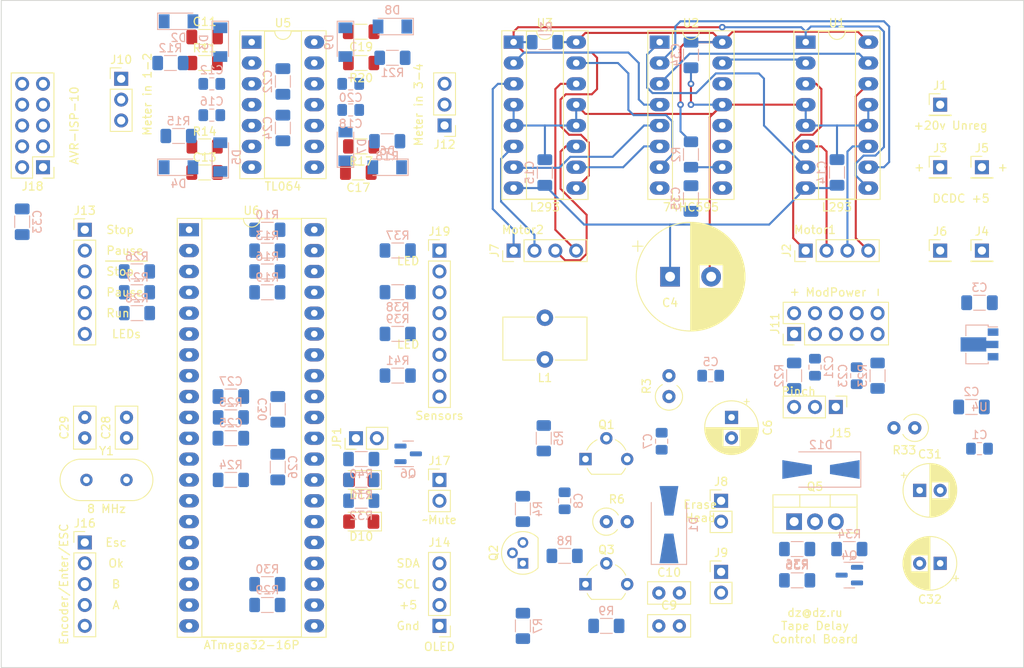
<source format=kicad_pcb>
(kicad_pcb (version 20211014) (generator pcbnew)
  (layers (0 "F.Cu" signal) (31 "B.Cu" signal) (34 "B.Paste" user) (35 "F.Paste" user) (36 "B.SilkS" user "B.Silkscreen") (37 "F.SilkS" user "F.Silkscreen") (38 "B.Mask" user) (39 "F.Mask" user) (44 "Edge.Cuts" user))
  (net 0 "")
  (net 1 "GND")
  (net 2 "+5V")
  (net 3 "+24V")
  (net 4 "Net-(C11-Pad1)")
  (net 5 "Net-(C11-Pad2)")
  (net 6 "Net-(C12-Pad2)")
  (net 7 "Net-(C13-Pad1)")
  (net 8 "Net-(C13-Pad2)")
  (net 9 "Net-(C16-Pad2)")
  (net 10 "Net-(C17-Pad2)")
  (net 11 "Net-(C18-Pad2)")
  (net 12 "Net-(C19-Pad2)")
  (net 13 "Net-(C21-Pad1)")
  (net 14 "Net-(D1-Pad2)")
  (net 15 "Net-(D2-Pad2)")
  (net 16 "Net-(D3-Pad2)")
  (net 17 "Net-(D4-Pad2)")
  (net 18 "Net-(D5-Pad2)")
  (net 19 "Net-(D10-Pad2)")
  (net 20 "+15V")
  (net 21 "-15V")
  (net 22 "Net-(J15-Pad2)")
  (net 23 "Net-(Q2-Pad1)")
  (net 24 "Net-(Q2-Pad2)")
  (net 25 "Net-(Q5-Pad1)")
  (net 26 "Net-(C6-Pad1)")
  (net 27 "Net-(C8-Pad1)")
  (net 28 "Net-(C8-Pad2)")
  (net 29 "Net-(C9-Pad1)")
  (net 30 "/Erase Gen/Gen")
  (net 31 "Net-(C17-Pad1)")
  (net 32 "Net-(C19-Pad1)")
  (net 33 "Net-(C20-Pad2)")
  (net 34 "Net-(C23-Pad2)")
  (net 35 "Net-(C26-Pad1)")
  (net 36 "/CPU/~RST")
  (net 37 "Net-(C28-Pad1)")
  (net 38 "Net-(C29-Pad1)")
  (net 39 "Net-(C30-Pad1)")
  (net 40 "Net-(D6-Pad2)")
  (net 41 "Net-(D7-Pad2)")
  (net 42 "Net-(D8-Pad2)")
  (net 43 "Net-(D9-Pad2)")
  (net 44 "Net-(D11-Pad2)")
  (net 45 "Net-(D12-Pad2)")
  (net 46 "Net-(J2-Pad1)")
  (net 47 "Net-(J2-Pad2)")
  (net 48 "Net-(J2-Pad3)")
  (net 49 "Net-(J2-Pad4)")
  (net 50 "Net-(J7-Pad1)")
  (net 51 "Net-(J7-Pad2)")
  (net 52 "Net-(J7-Pad3)")
  (net 53 "Net-(J7-Pad4)")
  (net 54 "/CPU/Stop button")
  (net 55 "/CPU/Run{slash}pause button")
  (net 56 "/CPU/Stop LED")
  (net 57 "/CPU/Pause LED")
  (net 58 "/CPU/Run LED")
  (net 59 "/CPU/SCL")
  (net 60 "/CPU/SDA")
  (net 61 "/CPU/Escape")
  (net 62 "/CPU/Enter")
  (net 63 "/CPU/Enc B")
  (net 64 "/CPU/Enc A")
  (net 65 "Net-(J17-Pad1)")
  (net 66 "/CPU/MOSI")
  (net 68 "/CPU/SCK")
  (net 69 "/CPU/MISO")
  (net 70 "Net-(J19-Pad1)")
  (net 71 "/CPU/S1")
  (net 72 "Net-(J19-Pad5)")
  (net 73 "/CPU/S2")
  (net 74 "/CPU/Mute")
  (net 75 "Net-(Q4-Pad1)")
  (net 76 "Net-(Q4-Pad3)")
  (net 77 "Net-(Q6-Pad1)")
  (net 78 "Net-(R1-Pad2)")
  (net 79 "Net-(R2-Pad2)")
  (net 80 "Net-(R26-Pad1)")
  (net 81 "Net-(R27-Pad1)")
  (net 82 "Net-(R28-Pad1)")
  (net 83 "Net-(R31-Pad1)")
  (net 84 "/CPU/Pinch")
  (net 85 "Net-(U1-Pad2)")
  (net 86 "Net-(U1-Pad7)")
  (net 87 "/CPU/MPower")
  (net 88 "Net-(U1-Pad10)")
  (net 89 "Net-(U1-Pad15)")
  (net 90 "Net-(U2-Pad4)")
  (net 91 "Net-(U2-Pad5)")
  (net 92 "Net-(U2-Pad6)")
  (net 93 "Net-(U2-Pad7)")
  (net 95 "/CPU/CS0")
  (net 104 "A0")
  (net 105 "A1")
  (net 106 "A2")
  (net 107 "A3")
  (footprint "Connector_PinHeader_2.54mm:PinHeader_1x02_P2.54mm_Vertical" (layer "F.Cu") (at 237.49 88.9)
    (fp_text reference "J8")
    (fp_text value "Erase Head")
  )
  (footprint "Capacitor_SMD:C_1206_3216Metric_Pad1.33x1.80mm_HandSolder" (layer "F.Cu") (at 174.615 32.39)
    (fp_text reference "C11")
    (fp_text value "0,1")
  )
  (footprint "LED_SMD:LED_1206_3216Metric_Pad1.42x1.75mm_HandSolder" (layer "F.Cu") (at 193.68 91.435 180)
    (fp_text reference "D10")
    (fp_text value "Green")
  )
  (footprint "Capacitor_THT:C_Disc_D5.0mm_W2.5mm_P2.50mm" (layer "F.Cu") (at 229.91 100.13)
    (fp_text reference "C10")
    (fp_text value "470")
  )
  (footprint "Connector_PinHeader_2.54mm:PinHeader_1x06_P2.54mm_Vertical" (layer "F.Cu") (at 160.025 55.875)
    (fp_text reference "J13")
    (fp_text value "Transport ctl/leds")
  )
  (footprint "Resistor_THT:R_Axial_DIN0309_L9.0mm_D3.2mm_P2.54mm_Vertical" (layer "F.Cu") (at 261.072621 80.01 180)
    (fp_text reference "R33")
    (fp_text value "? 2w")
  )
  (footprint "Capacitor_THT:CP_Radial_D6.3mm_P2.50mm" (layer "F.Cu") (at 238.76 78.74 -90)
    (fp_text reference "C6")
    (fp_text value "47,0")
  )
  (footprint "Connector_PinHeader_2.54mm:PinHeader_1x02_P2.54mm_Vertical" (layer "F.Cu") (at 203.2 86.36)
    (fp_text reference "J17")
    (fp_text value "~Mute")
  )
  (footprint "Connector_PinHeader_2.54mm:PinHeader_1x01_P2.54mm_Vertical" (layer "F.Cu") (at 269.24 58.42)
    (fp_text reference "J4")
    (fp_text value "DCDC Gnd")
  )
  (footprint "Connector_PinHeader_2.54mm:PinHeader_1x01_P2.54mm_Vertical" (layer "F.Cu") (at 269.24 48.26)
    (fp_text reference "J5")
    (fp_text value "DCDC +5")
  )
  (footprint "Connector_PinHeader_2.54mm:PinHeader_1x01_P2.54mm_Vertical" (layer "F.Cu") (at 264.16 48.26)
    (fp_text reference "J3")
    (fp_text value "DCDC Pwr")
  )
  (footprint "Connector_PinHeader_2.54mm:PinHeader_1x01_P2.54mm_Vertical" (layer "F.Cu") (at 264.16 40.64)
    (fp_text reference "J1")
    (fp_text value "+20v Unreg")
  )
  (footprint "Connector_PinHeader_2.54mm:PinHeader_2x05_P2.54mm_Vertical" (layer "F.Cu") (at 154.94 48.26 180)
    (fp_text reference "J18")
    (fp_text value "AVR-ISP-10")
  )
  (footprint "Package_TO_SOT_THT:TO-92_Wide" (layer "F.Cu") (at 220.98 99.06)
    (fp_text reference "Q3")
    (fp_text value "KT603A")
  )
  (footprint "Package_DIP:DIP-16_W7.62mm_Socket_LongPads" (layer "F.Cu") (at 212.23 33.02)
    (fp_text reference "U3")
    (fp_text value "L293")
  )
  (footprint "Package_TO_SOT_THT:TO-92_Wide" (layer "F.Cu") (at 220.98 83.82)
    (fp_text reference "Q1")
    (fp_text value "KT603A")
  )
  (footprint "Capacitor_THT:C_Disc_D5.0mm_W2.5mm_P2.50mm" (layer "F.Cu") (at 160.025 81.235 90)
    (fp_text reference "C29")
    (fp_text value "24")
  )
  (footprint "Resistor_SMD:R_1206_3216Metric_Pad1.30x1.75mm_HandSolder" (layer "F.Cu") (at 174.615 45.725)
    (fp_text reference "R14")
    (fp_text value "100k")
  )
  (footprint "Connector_PinHeader_2.54mm:PinHeader_1x03_P2.54mm_Vertical" (layer "F.Cu") (at 164.455 37.485)
    (fp_text reference "J10")
    (fp_text value "Meter in 1-2")
  )
  (footprint "Capacitor_THT:C_Disc_D5.0mm_W2.5mm_P2.50mm" (layer "F.Cu") (at 165.105 81.235 90)
    (fp_text reference "C28")
    (fp_text value "24")
  )
  (footprint "Capacitor_THT:C_Disc_D5.0mm_W2.5mm_P2.50mm" (layer "F.Cu") (at 229.91 104.14)
    (fp_text reference "C9")
    (fp_text value "100")
  )
  (footprint "Connector_PinHeader_2.54mm:PinHeader_1x04_P2.54mm_Vertical" (layer "F.Cu") (at 203.2 104.14 180)
    (fp_text reference "J14")
    (fp_text value "OLED")
  )
  (footprint "MountingHole:MountingHole_3.2mm_M3" (layer "F.Cu") (at 153.67 105.41)
    (fp_text reference "H3" hide)
    (fp_text value "MountingHole" hide)
  )
  (footprint "Connector_PinHeader_2.54mm:PinHeader_1x04_P2.54mm_Vertical" (layer "F.Cu") (at 212.23 58.42 90)
    (fp_text reference "J7")
    (fp_text value "Motor2")
  )
  (footprint "Resistor_THT:R_Axial_DIN0309_L9.0mm_D3.2mm_P2.54mm_Vertical" (layer "F.Cu") (at 223.52 91.44)
    (fp_text reference "R6")
    (fp_text value "43")
  )
  (footprint "MountingHole:MountingHole_3.2mm_M3" (layer "F.Cu") (at 153.67 31.75)
    (fp_text reference "H4" hide)
    (fp_text value "MountingHole" hide)
  )
  (footprint "Resistor_SMD:R_1206_3216Metric_Pad1.30x1.75mm_HandSolder" (layer "F.Cu") (at 193.665 45.725 180)
    (fp_text reference "R17")
    (fp_text value "100k")
  )
  (footprint "Connector_PinHeader_2.54mm:PinHeader_1x04_P2.54mm_Vertical" (layer "F.Cu") (at 247.79 58.42 90)
    (fp_text reference "J2")
    (fp_text value "Motor1")
  )
  (footprint "Capacitor_SMD:C_1206_3216Metric_Pad1.33x1.80mm_HandSolder" (layer "F.Cu") (at 174.615 48.9)
    (fp_text reference "C13")
    (fp_text value "0,1")
  )
  (footprint "Connector_PinHeader_2.54mm:PinHeader_1x08_P2.54mm_Vertical" (layer "F.Cu") (at 203.2 58.42)
    (fp_text reference "J19")
    (fp_text value "Sensors")
  )
  (footprint "Capacitor_THT:CP_Radial_D13.0mm_P5.00mm" (layer "F.Cu") (at 231.28 61.595)
    (fp_text reference "C4")
    (fp_text value "2200x25v")
  )
  (footprint "Connector_PinHeader_2.54mm:PinHeader_1x05_P2.54mm_Vertical" (layer "F.Cu") (at 160.025 93.975)
    (fp_text reference "J16")
    (fp_text value "Encoder/Enter/ESC")
  )
  (footprint "Connector_PinHeader_2.54mm:PinHeader_1x02_P2.54mm_Vertical" (layer "F.Cu") (at 193.04 81.28 90)
    (fp_text reference "JP1")
    (fp_text value "Jumper_2_Open")
  )
  (footprint "MountingHole:MountingHole_3.2mm_M3" (layer "F.Cu") (at 266.7 33.02)
    (fp_text reference "H2" hide)
    (fp_text value "MountingHole" hide)
  )
  (footprint "Resistor_SMD:R_1206_3216Metric_Pad1.30x1.75mm_HandSolder" (layer "F.Cu") (at 174.615 35.565)
    (fp_text reference "R11")
    (fp_text value "100k")
  )
  (footprint "Package_DIP:DIP-14_W7.62mm_Socket_LongPads" (layer "F.Cu") (at 180.34 33.02)
    (fp_text reference "U5")
    (fp_text value "TL064")
  )
  (footprint "Resistor_SMD:R_1206_3216Metric_Pad1.30x1.75mm_HandSolder" (layer "F.Cu") (at 193.665 35.565 180)
    (fp_text reference "R20")
    (fp_text value "100k")
  )
  (footprint "Inductor_THT:L_Toroid_Vertical_L10.0mm_W5.0mm_P5.08mm" (layer "F.Cu") (at 216.04 71.675 180)
    (fp_text reference "L1")
    (fp_text value "100mH")
  )
  (footprint "Package_DIP:DIP-16_W7.62mm_Socket_LongPads" (layer "F.Cu") (at 230.01 33.02)
    (fp_text reference "U2")
    (fp_text value "74HC595")
  )
  (footprint "Package_TO_SOT_THT:TO-220-3_Vertical" (layer "F.Cu") (at 246.38 91.44)
    (fp_text reference "Q5")
    (fp_text value "IRF540N")
  )
  (footprint "Capacitor_SMD:C_1206_3216Metric_Pad1.33x1.80mm_HandSolder" (layer "F.Cu") (at 193.665 31.755 180)
    (fp_text reference "C19")
    (fp_text value "0,1")
  )
  (footprint "Connector_PinHeader_2.54mm:PinHeader_1x02_P2.54mm_Vertical" (layer "F.Cu") (at 237.49 97.5575)
    (fp_text reference "J9")
    (fp_text value "Gen")
  )
  (footprint "Connector_PinHeader_2.54mm:PinHeader_1x03_P2.54mm_Vertical" (layer "F.Cu") (at 251.46 77.47 -90)
    (fp_text reference "J15")
    (fp_text value "Pinch")
  )
  (footprint "Package_DIP:DIP-16_W7.62mm_Socket_LongPads" (layer "F.Cu") (at 247.79 33.02)
    (fp_text reference "U1")
    (fp_text value "L293")
  )
  (footprint "Capacitor_THT:CP_Radial_D6.3mm_P2.50mm" (layer "F.Cu") (at 261.66 87.63)
    (fp_text reference "C31")
    (fp_text value "10,0")
  )
  (footprint "Package_DIP:DIP-40_W15.24mm_Socket_LongPads" (layer "F.Cu") (at 172.72 55.88)
    (fp_text reference "U6")
    (fp_text value "ATmega32-16P")
  )
  (footprint "Connector_PinHeader_2.54mm:PinHeader_2x05_P2.54mm_Vertical" (layer "F.Cu") (at 246.38 68.58 90)
    (fp_text reference "J11")
    (fp_text value "ModPower")
  )
  (footprint "MountingHole:MountingHole_3.2mm_M3" (layer "F.Cu") (at 266.7 104.14)
    (fp_text reference "H1" hide)
    (fp_text value "MountingHole" hide)
  )
  (footprint "Connector_PinHeader_2.54mm:PinHeader_1x01_P2.54mm_Vertical" (layer "F.Cu") (at 264.16 58.42)
    (fp_text reference "J6")
    (fp_text value "DCDC Gnd")
  )
  (footprint "Connector_PinHeader_2.54mm:PinHeader_1x03_P2.54mm_Vertical" (layer "F.Cu") (at 203.825 43.17 180)
    (fp_text reference "J12")
    (fp_text value "Meter in 3-4")
  )
  (footprint "Capacitor_SMD:C_1206_3216Metric_Pad1.33x1.80mm_HandSolder" (layer "F.Cu") (at 193.3225 48.9 180)
    (fp_text reference "C17")
    (fp_text value "0,1")
  )
  (footprint "Capacitor_THT:CP_Radial_D6.3mm_P2.50mm" (layer "F.Cu") (at 264.16 96.52 180)
    (fp_text reference "C32")
    (fp_text value "10,0")
  )
  (footprint "Resistor_THT:R_Axial_DIN0309_L9.0mm_D3.2mm_P2.54mm_Vertical" (layer "F.Cu") (at 231.14 76.2 90)
    (fp_text reference "R3")
    (fp_text value "10")
  )
  (footprint "LED_SMD:LED_1206_3216Metric_Pad1.42x1.75mm_HandSolder" (layer "F.Cu") (at 193.68 86.355 180)
    (fp_text reference "D11")
    (fp_text value "Red")
  )
  (footprint "Crystal:Crystal_HC49-U_Vertical" (layer "F.Cu") (at 160.225 86.355)
    (fp_text reference "Y1")
    (fp_text value "8 MHz")
  )
  (footprint "Package_TO_SOT_THT:TO-92" (layer "F.Cu") (at 213.36 96.52 90)
    (fp_text reference "Q2")
    (fp_text value "KT3107")
  )
  (footprint "Capacitor_SMD:C_0805_2012Metric_Pad1.18x1.45mm_HandSolder" (layer "B.Cu") (at 192.395 41.28)
    (fp_text reference "C18")
    (fp_text value "1,0")
  )
  (footprint "Resistor_SMD:R_1206_3216Metric_Pad1.30x1.75mm_HandSolder" (layer "B.Cu") (at 182.25 101.595 180)
    (fp_text reference "R29")
    (fp_text value "4,7k")
  )
  (footprint "Resistor_SMD:R_1206_3216Metric_Pad1.30x1.75mm_HandSolder" (layer "B.Cu") (at 246.747621 98.59 180)
    (fp_text reference "R35")
    (fp_text value "47")
  )
  (footprint "Diode_SMD:D_MiniMELF" (layer "B.Cu") (at 196.84 48.265 180)
    (fp_text reference "D6")
    (fp_text value "LL4148")
  )
  (footprint "Capacitor_SMD:C_1206_3216Metric_Pad1.33x1.80mm_HandSolder" (layer "B.Cu") (at 216.03 48.905 -90)
    (fp_text reference "C15")
    (fp_text value "0,1")
  )
  (footprint "Resistor_SMD:R_1206_3216Metric_Pad1.30x1.75mm_HandSolder" (layer "B.Cu") (at 197.475 34.93)
    (fp_text reference "R21")
    (fp_text value "200k")
  )
  (footprint "Resistor_SMD:R_1206_3216Metric_Pad1.30x1.75mm_HandSolder" (layer "B.Cu") (at 193.68 86.355)
    (fp_text reference "R31")
    (fp_text value "4,7k")
  )
  (footprint "Resistor_SMD:R_1206_3216Metric_Pad1.30x1.75mm_HandSolder" (layer "B.Cu") (at 182.245 55.88 180)
    (fp_text reference "R10")
    (fp_text value "1k")
  )
  (footprint "Capacitor_SMD:C_0805_2012Metric_Pad1.18x1.45mm_HandSolder" (layer "B.Cu") (at 175.4825 41.915 180)
    (fp_text reference "C16")
    (fp_text value "1,0")
  )
  (footprint "Resistor_SMD:R_1206_3216Metric_Pad1.30x1.75mm_HandSolder" (layer "B.Cu") (at 233.82 46.71 -90)
    (fp_text reference "R2")
    (fp_text value "4,7k")
  )
  (footprint "Resistor_SMD:R_1206_3216Metric_Pad1.30x1.75mm_HandSolder" (layer "B.Cu") (at 246.38 73.66 -90)
    (fp_text reference "R22")
    (fp_text value "100")
  )
  (footprint "Resistor_SMD:R_1206_3216Metric_Pad1.30x1.75mm_HandSolder" (layer "B.Cu") (at 171.44 44.455 180)
    (fp_text reference "R15")
    (fp_text value "200k")
  )
  (footprint "Resistor_SMD:R_1206_3216Metric_Pad1.30x1.75mm_HandSolder" (layer "B.Cu") (at 177.805 78.735 180)
    (fp_text reference "R25")
    (fp_text value "10k")
  )
  (footprint "Resistor_SMD:R_1206_3216Metric_Pad1.30x1.75mm_HandSolder" (layer "B.Cu") (at 218.44 95.61 180)
    (fp_text reference "R8")
    (fp_text value "30k")
  )
  (footprint "Resistor_SMD:R_1206_3216Metric_Pad1.30x1.75mm_HandSolder" (layer "B.Cu") (at 216.04 33.02 180)
    (fp_text reference "R1")
    (fp_text value "4,7k")
  )
  (footprint "Package_TO_SOT_SMD:SOT-89-3" (layer "B.Cu") (at 268.9475 69.85 180)
    (fp_text reference "U4")
    (fp_text value "L78L05_SOT89")
  )
  (footprint "Resistor_SMD:R_1206_3216Metric_Pad1.30x1.75mm_HandSolder" (layer "B.Cu") (at 193.68 83.815)
    (fp_text reference "R40")
    (fp_text value "10k")
  )
  (footprint "Package_TO_SOT_SMD:SOT-23" (layer "B.Cu") (at 199.395 83.18)
    (fp_text reference "Q6")
    (fp_text value "MMBT3904")
  )
  (footprint "Diode_SMD:D_MiniMELF" (layer "B.Cu") (at 171.44 48.265)
    (fp_text reference "D4")
    (fp_text value "LL4148")
  )
  (footprint "Diode_SMD:D_MiniMELF" (layer "B.Cu") (at 171.44 30.485)
    (fp_text reference "D2")
    (fp_text value "LL4148")
  )
  (footprint "Diode_SMD:D_MiniMELF" (layer "B.Cu") (at 191.76 33.025 -90)
    (fp_text reference "D9")
    (fp_text value "BZV55C3V9")
  )
  (footprint "Capacitor_SMD:C_0805_2012Metric_Pad1.18x1.45mm_HandSolder" (layer "B.Cu") (at 248.92 72.6225 90)
    (fp_text reference "C21")
    (fp_text value "10,0")
  )
  (footprint "Resistor_SMD:R_1206_3216Metric_Pad1.30x1.75mm_HandSolder" (layer "B.Cu") (at 170.45 35.565 180)
    (fp_text reference "R12")
    (fp_text value "200k")
  )
  (footprint "Diode_SMD:D_MiniMELF" (layer "B.Cu") (at 176.52 33.025 -90)
    (fp_text reference "D3")
    (fp_text value "BZV55C3V9")
  )
  (footprint "Resistor_SMD:R_1206_3216Metric_Pad1.30x1.75mm_HandSolder" (layer "B.Cu") (at 177.805 86.355 180)
    (fp_text reference "R24")
    (fp_text value "100")
  )
  (footprint "Resistor_SMD:R_1206_3216Metric_Pad1.30x1.75mm_HandSolder" (layer "B.Cu") (at 198.12 63.485)
    (fp_text reference "R38")
    (fp_text value "47k")
  )
  (footprint "Resistor_SMD:R_1206_3216Metric_Pad1.30x1.75mm_HandSolder" (layer "B.Cu") (at 253.097621 94.78 180)
    (fp_text reference "R34")
    (fp_text value "4,7k")
  )
  (footprint "Resistor_SMD:R_1206_3216Metric_Pad1.30x1.75mm_HandSolder" (layer "B.Cu") (at 246.747621 94.78)
    (fp_text reference "R36")
    (fp_text value "1k")
  )
  (footprint "Capacitor_SMD:C_1206_3216Metric_Pad1.33x1.80mm_HandSolder" (layer "B.Cu") (at 184.14 43.4775 -90)
    (fp_text reference "C24")
    (fp_text value "0,1")
  )
  (footprint "Capacitor_SMD:C_1206_3216Metric_Pad1.33x1.80mm_HandSolder" (layer "B.Cu") (at 267.97 77.47 180)
    (fp_text reference "C2")
    (fp_text value "0,33")
  )
  (footprint "Resistor_SMD:R_1206_3216Metric_Pad1.30x1.75mm_HandSolder" (layer "B.Cu") (at 198.12 68.565 180)
    (fp_text reference "R39")
    (fp_text value "4,7k")
  )
  (footprint "Capacitor_SMD:C_1206_3216Metric_Pad1.33x1.80mm_HandSolder" (layer "B.Cu") (at 183.52 84.7925 90)
    (fp_text reference "C26")
    (fp_text value "0,1")
  )
  (footprint "Diode_SMD:D_SMA-SMB_Universal_Handsoldering" (layer "B.Cu") (at 249.642621 85.09 180)
    (fp_text reference "D12")
    (fp_text value "SS34")
  )
  (footprint "Resistor_SMD:R_1206_3216Metric_Pad1.30x1.75mm_HandSolder" (layer "B.Cu") (at 166.375 63.495 180)
    (fp_text reference "R27")
    (fp_text value "5,6k")
  )
  (footprint "Capacitor_SMD:C_0805_2012Metric_Pad1.18x1.45mm_HandSolder" (layer "B.Cu") (at 192.395 38.105)
    (fp_text reference "C20")
    (fp_text value "1,0")
  )
  (footprint "Resistor_SMD:R_1206_3216Metric_Pad1.30x1.75mm_HandSolder" (layer "B.Cu") (at 193.68 88.895)
    (fp_text reference "R32")
    (fp_text value "4,7k")
  )
  (footprint "Capacitor_SMD:C_1206_3216Metric_Pad1.33x1.80mm_HandSolder" (layer "B.Cu") (at 152.4 54.9025 90)
    (fp_text reference "C33")
    (fp_text value "0,1")
  )
  (footprint "Resistor_SMD:R_1206_3216Metric_Pad1.30x1.75mm_HandSolder" (layer "B.Cu") (at 182.245 60.96 180)
    (fp_text reference "R16")
    (fp_text value "1k")
  )
  (footprint "Diode_SMD:D_MiniMELF" (layer "B.Cu") (at 176.52 47.025 90)
    (fp_text reference "D5")
    (fp_text value "BZV55C3V9")
  )
  (footprint "Resistor_SMD:R_1206_3216Metric_Pad1.30x1.75mm_HandSolder" (layer "B.Cu") (at 213.36 104.14 90)
    (fp_text reference "R7")
    (fp_text value "470")
  )
  (footprint "Capacitor_SMD:C_1206_3216Metric_Pad1.33x1.80mm_HandSolder" (layer "B.Cu") (at 183.52 77.7575 -90)
    (fp_text reference "C30")
    (fp_text value "0,1")
  )
  (footprint "Capacitor_SMD:C_1206_3216Metric_Pad1.33x1.80mm_HandSolder" (layer "B.Cu") (at 184.14 37.8125 -90)
    (fp_text reference "C22")
    (fp_text value "0,1")
  )
  (footprint "Capacitor_SMD:C_0805_2012Metric_Pad1.18x1.45mm_HandSolder" (layer "B.Cu") (at 230.25 81.643748 -90)
    (fp_text reference "C7")
    (fp_text value "0,1")
  )
  (footprint "Capacitor_SMD:C_1206_3216Metric_Pad1.33x1.80mm_HandSolder" (layer "B.Cu") (at 251.6 48.895 -90)
    (fp_text reference "C14")
    (fp_text value "0,1")
  )
  (footprint "Capacitor_SMD:C_1206_3216Metric_Pad1.33x1.80mm_HandSolder" (layer "B.Cu") (at 233.82 52.07 -90)
    (fp_text reference "C35")
    (fp_text value "0,1")
  )
  (footprint "Capacitor_SMD:C_1206_3216Metric_Pad1.33x1.80mm_HandSolder" (layer "B.Cu") (at 268.9475 64.77 180)
    (fp_text reference "C3")
    (fp_text value "0,1")
  )
  (footprint "Resistor_SMD:R_1206_3216Metric_Pad1.30x1.75mm_HandSolder" (layer "B.Cu") (at 166.375 60.955 180)
    (fp_text reference "R26")
    (fp_text value "5,6k")
  )
  (footprint "Resistor_SMD:R_1206_3216Metric_Pad1.30x1.75mm_HandSolder" (layer "B.Cu") (at 196.84 45.09)
    (fp_text reference "R18")
    (fp_text value "200k")
  )
  (footprint "Capacitor_SMD:C_0805_2012Metric_Pad1.18x1.45mm_HandSolder" (layer "B.Cu") (at 236.22 73.66 180)
    (fp_text reference "C5")
    (fp_text value "0,1")
  )
  (footprint "Capacitor_SMD:C_1206_3216Metric_Pad1.33x1.80mm_HandSolder" (layer "B.Cu") (at 233.82 34.5825 -90)
    (fp_text reference "C34")
    (fp_text value "0,1")
  )
  (footprint "Resistor_SMD:R_1206_3216Metric_Pad1.30x1.75mm_HandSolder" (layer "B.Cu") (at 256.54 73.66 -90)
    (fp_text reference "R23")
    (fp_text value "100")
  )
  (footprint "Capacitor_SMD:C_0805_2012Metric_Pad1.18x1.45mm_HandSolder" (layer "B.Cu") (at 218.44 88.9 90)
    (fp_text reference "C8")
    (fp_text value "1,0")
  )
  (footprint "Resistor_SMD:R_1206_3216Metric_Pad1.30x1.75mm_HandSolder" (layer "B.Cu") (at 198.12 58.405 180)
    (fp_text reference "R37")
    (fp_text value "4,7k")
  )
  (footprint "Capacitor_SMD:C_0805_2012Metric_Pad1.18x1.45mm_HandSolder" (layer "B.Cu") (at 268.9475 82.55 180)
    (fp_text reference "C1")
    (fp_text value "10,0")
  )
  (footprint "Resistor_SMD:R_1206_3216Metric_Pad1.30x1.75mm_HandSolder" (layer "B.Cu") (at 182.245 58.42 180)
    (fp_text reference "R13")
    (fp_text value "1k")
  )
  (footprint "Diode_SMD:D_SMA-SMB_Universal_Handsoldering" (layer "B.Cu") (at 231.14 91.8 90)
    (fp_text reference "D1")
    (fp_text value "SS34")
  )
  (footprint "Resistor_SMD:R_1206_3216Metric_Pad1.30x1.75mm_HandSolder" (layer "B.Cu") (at 223.52 104.14 180)
    (fp_text reference "R9")
    (fp_text value "470")
  )
  (footprint "Diode_SMD:D_MiniMELF" (layer "B.Cu") (at 197.475 31.12 180)
    (fp_text reference "D8")
    (fp_text value "LL4148")
  )
  (footprint "Resistor_SMD:R_1206_3216Metric_Pad1.30x1.75mm_HandSolder" (layer "B.Cu") (at 166.375 66.035 180)
    (fp_text reference "R28")
    (fp_text value "5,6k")
  )
  (footprint "Capacitor_SMD:C_0805_2012Metric_Pad1.18x1.45mm_HandSolder" (layer "B.Cu") (at 175.4825 38.105 180)
    (fp_text reference "C12")
    (fp_text value "1,0")
  )
  (footprint "Resistor_SMD:R_1206_3216Metric_Pad1.30x1.75mm_HandSolder" (layer "B.Cu") (at 198.12 73.645 180)
    (fp_text reference "R41")
    (fp_text value "47k")
  )
  (footprint "Package_TO_SOT_SMD:SOT-23" (layer "B.Cu") (at 253.097621 97.955 180)
    (fp_text reference "Q4")
    (fp_text value "MMBT3906")
  )
  (footprint "Resistor_SMD:R_1206_3216Metric_Pad1.30x1.75mm_HandSolder" (layer "B.Cu") (at 182.245 63.5 180)
    (fp_text reference "R19")
    (fp_text value "1k")
  )
  (footprint "Capacitor_SMD:C_1206_3216Metric_Pad1.33x1.80mm_HandSolder" (layer "B.Cu") (at 177.805 81.275 180)
    (fp_text reference "C25")
    (fp_text value "0,1")
  )
  (footprint "Resistor_SMD:R_1206_3216Metric_Pad1.30x1.75mm_HandSolder" (layer "B.Cu") (at 182.25 99.055 180)
    (fp_text reference "R30")
    (fp_text value "4,7k")
  )
  (footprint "Capacitor_SMD:C_1206_3216Metric_Pad1.33x1.80mm_HandSolder" (layer "B.Cu") (at 177.805 76.195 180)
    (fp_text reference "C27")
    (fp_text value "0,1")
  )
  (footprint "Diode_SMD:D_MiniMELF" (layer "B.Cu") (at 191.76 45.725 90)
    (fp_text reference "D7")
    (fp_text value "BZV55C3V9")
  )
  (footprint "Capacitor_SMD:C_0805_2012Metric_Pad1.18x1.45mm_HandSolder" (layer "B.Cu") (at 254 73.66 -90)
    (fp_text reference "C23")
    (fp_text value "10,0")
  )
  (footprint "Resistor_SMD:R_1206_3216Metric_Pad1.30x1.75mm_HandSolder" (layer "B.Cu") (at 213.36 89.89 90)
    (fp_text reference "R4")
    (fp_text value "30k")
  )
  (footprint "Resistor_SMD:R_1206_3216Metric_Pad1.30x1.75mm_HandSolder" (layer "B.Cu") (at 215.9 81.28 90)
    (fp_text reference "R5")
    (fp_text value "4,3k")
  )
  (gr_line (start 167.64 59.69) (end 162.56 59.69) (layer "F.SilkS") (width 0.15))
  (gr_rect (start 149.86 27.94) (end 274.32 109.22) (layer "Edge.Cuts") (width 0.1) (fill none))
  (gr_text "Erase\nHead" (at 234.95 90.17) (layer "F.SilkS") (effects (font (size 1 1))))
  (gr_text "Run" (at 162.56 66.04) (layer "F.SilkS") (effects (font (size 1 1)) (justify left)))
  (gr_text "B" (at 163.83 99.06) (layer "F.SilkS") (effects (font (size 1 1))))
  (gr_text "Pause" (at 162.56 63.5) (layer "F.SilkS") (effects (font (size 1 1)) (justify left)))
  (gr_text "SCL" (at 199.39 99.06) (layer "F.SilkS") (effects (font (size 1 1))))
  (gr_text "Stop" (at 162.56 55.88) (layer "F.SilkS") (effects (font (size 1 1)) (justify left)))
  (gr_text "LEDs" (at 165.1 68.58) (layer "F.SilkS") (effects (font (size 1 1))))
  (gr_text "Stop" (at 162.56 60.96) (layer "F.SilkS") (effects (font (size 1 1)) (justify left)))
  (gr_text "+" (at 261.62 48.26) (layer "F.SilkS") (effects (font (size 1 1))))
  (gr_text "LED" (at 199.39 59.69) (layer "F.SilkS") (effects (font (size 1 1))))
  (gr_text "A" (at 163.83 101.6) (layer "F.SilkS") (effects (font (size 1 1))))
  (gr_text "+5" (at 199.39 101.6) (layer "F.SilkS") (effects (font (size 1 1))))
  (gr_text "dz@dz.ru\nTape Delay\nControl Board" (at 248.92 104.14) (layer "F.SilkS") (effects (font (size 1 1))))
  (gr_text "LED" (at 199.39 69.85) (layer "F.SilkS") (effects (font (size 1 1))))
  (gr_text "Esc" (at 163.83 93.98) (layer "F.SilkS") (effects (font (size 1 1))))
  (gr_text "Gnd" (at 199.39 104.14) (layer "F.SilkS") (effects (font (size 1 1))))
  (gr_text "-" (at 256.54 63.5 90) (layer "F.SilkS") (effects (font (size 1 1))))
  (gr_text "+" (at 246.38 63.5 90) (layer "F.SilkS") (effects (font (size 1 1))))
  (gr_text "Pause" (at 162.56 58.42) (layer "F.SilkS") (effects (font (size 1 1)) (justify left)))
  (gr_text "SDA" (at 199.39 96.52) (layer "F.SilkS") (effects (font (size 1 1))))
  (gr_text "Ok" (at 163.83 96.52) (layer "F.SilkS") (effects (font (size 1 1))))
  (gr_text "+" (at 271.78 48.26) (layer "F.SilkS") (effects (font (size 1 1))))
  (segment (start 236.105 42.165) (end 236.105 61.42) (width 0.25) (layer "F.Cu") (net 1))
  (segment (start 220.975 41.765) (end 236.505 41.765) (width 0.25) (layer "F.Cu") (net 1))
  (segment (start 233.82 40.64) (end 233.82 38.1) (width 0.25) (layer "F.Cu") (net 1))
  (segment (start 237.63 40.64) (end 247.79 40.64) (width 0.25) (layer "F.Cu") (net 1))
  (segment (start 219.85 40.64) (end 220.975 41.765) (width 0.25) (layer "F.Cu") (net 1))
  (segment (start 236.105 61.42) (end 236.28 61.595) (width 0.25) (layer "F.Cu") (net 1))
  (segment (start 236.505 41.765) (end 237.63 40.64) (width 0.25) (layer "F.Cu") (net 1))
  (segment (start 237.63 40.64) (end 236.105 42.165) (width 0.25) (layer "F.Cu") (net 1))
  (via (at 233.82 40.64) (size 0.8) (drill 0.4) (layers "F.Cu" "B.Cu") (net 1))
  (via (at 233.82 38.1) (size 0.8) (drill 0.4) (layers "F.Cu" "B.Cu") (net 1))
  (segment (start 251.6 47.3325) (end 251.6 43.18) (width 0.25) (layer "B.Cu") (net 1))
  (segment (start 212.23 43.18) (end 216.04 43.18) (width 0.25) (layer "B.Cu") (net 1))
  (segment (start 216.04 47.3325) (end 216.04 43.18) (width 0.25) (layer "B.Cu") (net 1))
  (segment (start 216.04 43.18) (end 219.85 43.18) (width 0.25) (layer "B.Cu") (net 1))
  (segment (start 251.6 43.18) (end 255.41 43.18) (width 0.25) (layer "B.Cu") (net 1))
  (segment (start 237.63 40.64) (end 233.82 40.64) (width 0.25) (layer "B.Cu") (net 1))
  (segment (start 216.03 47.3425) (end 216.04 47.3325) (width 0.25) (layer "B.Cu") (net 1))
  (segment (start 233.82 36.145) (end 233.82 38.1) (width 0.25) (layer "B.Cu") (net 1))
  (segment (start 219.85 43.18) (end 219.85 40.64) (width 0.25) (layer "B.Cu") (net 1))
  (segment (start 247.79 40.64) (end 247.79 43.18) (width 0.25) (layer "B.Cu") (net 1))
  (segment (start 247.79 43.18) (end 251.6 43.18) (width 0.25) (layer "B.Cu") (net 1))
  (segment (start 255.41 40.64) (end 255.41 43.18) (width 0.25) (layer "B.Cu") (net 1))
  (segment (start 212.23 43.18) (end 212.23 40.64) (width 0.25) (layer "B.Cu") (net 1))
  (segment (start 219.85 33.02) (end 220.975 31.895) (width 0.25) (layer "F.Cu") (net 2))
  (segment (start 232.55 40.64) (end 232.55 33.655) (width 0.25) (layer "F.Cu") (net 2))
  (segment (start 254.14 31.75) (end 255.41 33.02) (width 0.25) (layer "F.Cu") (net 2))
  (segment (start 220.975 31.895) (end 236.505 31.895) (width 0.25) (layer "F.Cu") (net 2))
  (segment (start 233.185 33.02) (end 237.63 33.02) (width 0.25) (layer "F.Cu") (net 2))
  (segment (start 236.505 31.895) (end 237.63 33.02) (width 0.25) (layer "F.Cu") (net 2))
  (segment (start 237.63 33.02) (end 233.82 33.02) (width 0.25) (layer "F.Cu") (net 2))
  (segment (start 232.55 33.655) (end 233.185 33.02) (width 0.25) (layer "F.Cu") (net 2))
  (segment (start 237.63 33.02) (end 238.9 31.75) (width 0.25) (layer "F.Cu") (net 2))
  (segment (start 238.9 31.75) (end 254.14 31.75) (width 0.25) (layer "F.Cu") (net 2))
  (via (at 232.55 40.64) (size 0.8) (drill 0.4) (layers "F.Cu" "B.Cu") (net 2))
  (segment (start 233.82 45.16) (end 232.55 43.89) (width 0.25) (layer "B.Cu") (net 2))
  (segment (start 232.55 43.89) (end 232.55 40.64) (width 0.25) (layer "B.Cu") (net 2))
  (segment (start 233.82 33.02) (end 237.63 33.02) (width 0.25) (layer "B.Cu") (net 2))
  (segment (start 217.59 33.02) (end 219.85 33.02) (width 0.25) (layer "B.Cu") (net 2))
  (segment (start 246.265 45.25401) (end 247.21401 44.305) (width 0.25) (layer "F.Cu") (net 46))
  (segment (start 248.65599 44.305) (end 249.695 43.26599) (width 0.25) (layer "F.Cu") (net 46))
  (segment (start 247.79 58.42) (end 246.265 56.895) (width 0.25) (layer "F.Cu") (net 46))
  (segment (start 249.695 38.735) (end 249.06 38.1) (width 0.25) (layer "F.Cu") (net 46))
  (segment (start 249.06 38.1) (end 247.79 38.1) (width 0.25) (layer "F.Cu") (net 46))
  (segment (start 247.21401 44.305) (end 248.65599 44.305) (width 0.25) (layer "F.Cu") (net 46))
  (segment (start 249.695 43.26599) (end 249.695 38.735) (width 0.25) (layer "F.Cu") (net 46))
  (segment (start 246.265 56.895) (end 246.265 45.25401) (width 0.25) (layer "F.Cu") (net 46))
  (segment (start 250.33 46.355) (end 249.695 45.72) (width 0.25) (layer "F.Cu") (net 47))
  (segment (start 250.33 58.42) (end 250.33 46.355) (width 0.25) (layer "F.Cu") (net 47))
  (segment (start 249.695 45.72) (end 247.79 45.72) (width 0.25) (layer "F.Cu") (net 47))
  (segment (start 255.41 45.72) (end 253.505 45.72) (width 0.25) (layer "B.Cu") (net 48))
  (segment (start 253.505 45.72) (end 252.87 46.355) (width 0.25) (layer "B.Cu") (net 48))
  (segment (start 252.87 46.355) (end 252.87 58.42) (width 0.25) (layer "B.Cu") (net 48))
  (segment (start 253.885 56.895) (end 253.885 39.625) (width 0.25) (layer "F.Cu") (net 49))
  (segment (start 253.885 39.625) (end 255.41 38.1) (width 0.25) (layer "F.Cu") (net 49))
  (segment (start 255.41 58.42) (end 253.885 56.895) (width 0.25) (layer "F.Cu") (net 49))
  (segment (start 210.325 38.1) (end 212.23 38.1) (width 0.25) (layer "B.Cu") (net 50))
  (segment (start 209.69 38.735) (end 210.325 38.1) (width 0.25) (layer "B.Cu") (net 50))
  (segment (start 212.23 55.88) (end 209.69 53.34) (width 0.25) (layer "B.Cu") (net 50))
  (segment (start 212.23 58.42) (end 212.23 55.88) (width 0.25) (layer "B.Cu") (net 50))
  (segment (start 209.69 53.34) (end 209.69 38.735) (width 0.25) (layer "B.Cu") (net 50))
  (segment (start 210.705 47.245) (end 210.705 52.45) (width 0.25) (layer "B.Cu") (net 51))
  (segment (start 212.23 45.72) (end 210.705 47.245) (width 0.25) (layer "B.Cu") (net 51))
  (segment (start 214.77 56.515) (end 214.77 58.42) (width 0.25) (layer "B.Cu") (net 51))
  (segment (start 210.705 52.45) (end 214.77 56.515) (width 0.25) (layer "B.Cu") (net 51))
  (segment (start 218.58 45.72) (end 219.85 45.72) (width 0.25) (layer "F.Cu") (net 52))
  (segment (start 221.12 54.06099) (end 217.945 50.88599) (width 0.25) (layer "F.Cu") (net 52))
  (segment (start 221.12 58.811701) (end 221.12 54.06099) (width 0.25) (layer "F.Cu") (net 52))
  (segment (start 217.945 50.88599) (end 217.945 46.355) (width 0.25) (layer "F.Cu") (net 52))
  (segment (start 218.485 59.595) (end 220.336701 59.595) (width 0.25) (layer "F.Cu") (net 52))
  (segment (start 217.945 46.355) (end 218.58 45.72) (width 0.25) (layer "F.Cu") (net 52))
  (segment (start 217.31 58.42) (end 218.485 59.595) (width 0.25) (layer "F.Cu") (net 52))
  (segment (start 220.336701 59.595) (end 221.12 58.811701) (width 0.25) (layer "F.Cu") (net 52))
  (segment (start 219.85 58.42) (end 217.31 55.88) (width 0.25) (layer "F.Cu") (net 53))
  (segment (start 217.31 55.88) (end 217.31 38.735) (width 0.25) (layer "F.Cu") (net 53))
  (segment (start 217.31 38.735) (end 217.945 38.1) (width 0.25) (layer "F.Cu") (net 53))
  (segment (start 217.945 38.1) (end 219.85 38.1) (width 0.25) (layer "F.Cu") (net 53))
  (segment (start 212.7755 31.2045) (end 212.23 31.75) (width 0.25) (layer "F.Cu") (net 78))
  (segment (start 221.755 34.29) (end 222.39 34.925) (width 0.25) (layer "F.Cu") (net 78))
  (segment (start 221.375 45.25401) (end 221.375 49.275) (width 0.25) (layer "F.Cu") (net 78))
  (segment (start 222.39 34.925) (end 222.39 38.735) (width 0.25) (layer "F.Cu") (net 78))
  (segment (start 213.5 34.29) (end 221.755 34.29) (width 0.25) (layer "F.Cu") (net 78))
  (segment (start 218.58 39.37) (end 217.945 40.005) (width 0.25) (layer "F.Cu") (net 78))
  (segment (start 212.23 31.75) (end 212.23 33.02) (width 0.25) (layer "F.Cu") (net 78))
  (segment (start 218.98401 44.305) (end 220.42599 44.305) (width 0.25) (layer "F.Cu") (net 78))
  (segment (start 212.23 33.02) (end 213.5 34.29) (width 0.25) (layer "F.Cu") (net 78))
  (segment (start 237.63 31.2045) (end 212.7755 31.2045) (width 0.25) (layer "F.Cu") (net 78))
  (segment (start 221.755 39.37) (end 218.58 39.37) (width 0.25) (layer "F.Cu") (net 78))
  (segment (start 222.39 38.735) (end 221.755 39.37) (width 0.25) (layer "F.Cu") (net 78))
  (segment (start 221.375 49.275) (end 219.85 50.8) (width 0.25) (layer "F.Cu") (net 78))
  (segment (start 217.945 43.26599) (end 218.98401 44.305) (width 0.25) (layer "F.Cu") (net 78))
  (segment (start 220.42599 44.305) (end 221.375 45.25401) (width 0.25) (layer "F.Cu") (net 78))
  (segment (start 217.945 40.005) (end 217.945 43.26599) (width 0.25) (layer "F.Cu") (net 78))
  (via (at 237.63 31.2045) (size 0.8) (drill 0.4) (layers "F.Cu" "B.Cu") (net 78))
  (segment (start 247.79 31.75) (end 247.79 33.02) (width 0.25) (layer "B.Cu") (net 78))
  (segment (start 253.885 49.275) (end 253.885 47.79401) (width 0.25) (layer "B.Cu") (net 78))
  (segment (start 254.83401 46.845) (end 256.27599 46.845) (width 0.25) (layer "B.Cu") (net 78))
  (segment (start 257.315 45.80599) (end 257.315 31.75) (width 0.25) (layer "B.Cu") (net 78))
  (segment (start 247.2445 31.2045) (end 237.63 31.2045) (width 0.25) (layer "B.Cu") (net 78))
  (segment (start 256.27599 46.845) (end 257.315 45.80599) (width 0.25) (layer "B.Cu") (net 78))
  (segment (start 256.68 31.115) (end 248.425 31.115) (width 0.25) (layer "B.Cu") (net 78))
  (segment (start 255.41 50.8) (end 253.885 49.275) (width 0.25) (layer "B.Cu") (net 78))
  (segment (start 212.23 33.02) (end 214.49 33.02) (width 0.25) (layer "B.Cu") (net 78))
  (segment (start 247.79 31.75) (end 247.2445 31.2045) (width 0.25) (layer "B.Cu") (net 78))
  (segment (start 253.885 47.79401) (end 254.83401 46.845) (width 0.25) (layer "B.Cu") (net 78))
  (segment (start 248.425 31.115) (end 247.79 31.75) (width 0.25) (layer "B.Cu") (net 78))
  (segment (start 257.315 31.75) (end 256.68 31.115) (width 0.25) (layer "B.Cu") (net 78))
  (segment (start 233.82 48.26) (end 237.63 48.26) (width 0.25) (layer "B.Cu") (net 79))
  (segment (start 237.63 35.56) (end 238.045 35.145) (width 0.25) (layer "B.Cu") (net 85))
  (segment (start 238.045 35.145) (end 247.375 35.145) (width 0.25) (layer "B.Cu") (net 85))
  (segment (start 247.375 35.145) (end 247.79 35.56) (width 0.25) (layer "B.Cu") (net 85))
  (segment (start 234.455 39.225) (end 229.14401 39.225) (width 0.25) (layer "B.Cu") (net 86))
  (segment (start 247.79 48.26) (end 242.71 43.18) (width 0.25) (layer "B.Cu") (net 86))
  (segment (start 242.71 37.465) (end 242.075 36.83) (width 0.25) (layer "B.Cu") (net 86))
  (segment (start 228.485 34.545) (end 230.01 33.02) (width 0.25) (layer "B.Cu") (net 86))
  (segment (start 229.14401 39.225) (end 228.485 38.56599) (width 0.25) (layer "B.Cu") (net 86))
  (segment (start 242.71 43.18) (end 242.71 37.465) (width 0.25) (layer "B.Cu") (net 86))
  (segment (start 242.075 36.83) (end 236.85 36.83) (width 0.25) (layer "B.Cu") (net 86))
  (segment (start 236.85 36.83) (end 234.455 39.225) (width 0.25) (layer "B.Cu") (net 86))
  (segment (start 228.485 38.56599) (end 228.485 34.545) (width 0.25) (layer "B.Cu") (net 86))
  (segment (start 216.03 50.4675) (end 220.8075 55.245) (width 0.25) (layer "B.Cu") (net 87))
  (segment (start 231.28 55.245) (end 231.28 61.595) (width 0.25) (layer "B.Cu") (net 87))
  (segment (start 243.345 55.245) (end 247.79 50.8) (width 0.25) (layer "B.Cu") (net 87))
  (segment (start 212.23 50.8) (end 215.6975 50.8) (width 0.25) (layer "B.Cu") (net 87))
  (segment (start 231.28 55.245) (end 243.345 55.245) (width 0.25) (layer "B.Cu") (net 87))
  (segment (start 251.2575 50.8) (end 247.79 50.8) (width 0.25) (layer "B.Cu") (net 87))
  (segment (start 251.6 50.4575) (end 251.2575 50.8) (width 0.25) (layer "B.Cu") (net 87))
  (segment (start 215.6975 50.8) (end 216.03 50.4675) (width 0.25) (layer "B.Cu") (net 87))
  (segment (start 220.8075 55.245) (end 231.28 55.245) (width 0.25) (layer "B.Cu") (net 87))
  (segment (start 257.315 30.48) (end 257.95 31.115) (width 0.25) (layer "B.Cu") (net 88))
  (segment (start 257.315 48.26) (end 255.41 48.26) (width 0.25) (layer "B.Cu") (net 88))
  (segment (start 230.01 35.56) (end 231.915 33.655) (width 0.25) (layer "B.Cu") (net 88))
  (segment (start 257.95 47.625) (end 257.315 48.26) (width 0.25) (layer "B.Cu") (net 88))
  (segment (start 257.95 31.115) (end 257.95 47.625) (width 0.25) (layer "B.Cu") (net 88))
  (segment (start 231.915 33.655) (end 231.915 31.115) (width 0.25) (layer "B.Cu") (net 88))
  (segment (start 232.55 30.48) (end 257.315 30.48) (width 0.25) (layer "B.Cu") (net 88))
  (segment (start 231.915 31.115) (end 232.55 30.48) (width 0.25) (layer "B.Cu") (net 88))
  (segment (start 233.654327 34.435) (end 254.285 34.435) (width 0.25) (layer "B.Cu") (net 89))
  (segment (start 230.01 38.079327) (end 233.654327 34.435) (width 0.25) (layer "B.Cu") (net 89))
  (segment (start 230.01 38.1) (end 230.01 38.079327) (width 0.25) (layer "B.Cu") (net 89))
  (segment (start 254.285 34.435) (end 255.41 35.56) (width 0.25) (layer "B.Cu") (net 89))
  (segment (start 228.105 40.64) (end 230.01 40.64) (width 0.25) (layer "B.Cu") (net 90))
  (segment (start 212.23 35.56) (end 213.5 34.29) (width 0.25) (layer "B.Cu") (net 90))
  (segment (start 227.47 35.56) (end 227.47 40.005) (width 0.25) (layer "B.Cu") (net 90))
  (segment (start 213.5 34.29) (end 226.2 34.29) (width 0.25) (layer "B.Cu") (net 90))
  (segment (start 227.47 40.005) (end 228.105 40.64) (width 0.25) (layer "B.Cu") (net 90))
  (segment (start 226.2 34.29) (end 227.47 35.56) (width 0.25) (layer "B.Cu") (net 90))
  (segment (start 212.3 48.33) (end 217.78901 48.33) (width 0.25) (layer "B.Cu") (net 91))
  (segment (start 217.78901 48.33) (end 219.12901 46.99) (width 0.25) (layer "B.Cu") (net 91))
  (segment (start 224.295 46.99) (end 228.105 43.18) (width 0.25) (layer "B.Cu") (net 91))
  (segment (start 228.105 43.18) (end 230.01 43.18) (width 0.25) (layer "B.Cu") (net 91))
  (segment (start 212.23 48.26) (end 212.3 48.33) (width 0.25) (layer "B.Cu") (net 91))
  (segment (start 219.12901 46.99) (end 224.295 46.99) (width 0.25) (layer "B.Cu") (net 91))
  (segment (start 225.565 48.26) (end 228.105 45.72) (width 0.25) (layer "B.Cu") (net 92))
  (segment (start 228.105 45.72) (end 230.01 45.72) (width 0.25) (layer "B.Cu") (net 92))
  (segment (start 219.85 48.26) (end 225.565 48.26) (width 0.25) (layer "B.Cu") (net 92))
  (segment (start 231.535 46.735) (end 231.535 42.655) (width 0.25) (layer "B.Cu") (net 93))
  (segment (start 230.01 48.26) (end 231.535 46.735) (width 0.25) (layer "B.Cu") (net 93))
  (segment (start 226.2 36.83) (end 224.93 35.56) (width 0.25) (layer "B.Cu") (net 93))
  (segment (start 231.535 42.655) (end 230.79 41.91) (width 0.25) (layer "B.Cu") (net 93))
  (segment (start 224.93 35.56) (end 219.85 35.56) (width 0.25) (layer "B.Cu") (net 93))
  (segment (start 226.835 41.91) (end 226.2 41.275) (width 0.25) (layer "B.Cu") (net 93))
  (segment (start 230.79 41.91) (end 226.835 41.91) (width 0.25) (layer "B.Cu") (net 93))
  (segment (start 226.2 41.275) (end 226.2 36.83) (width 0.25) (layer "B.Cu") (net 93))
)
</source>
